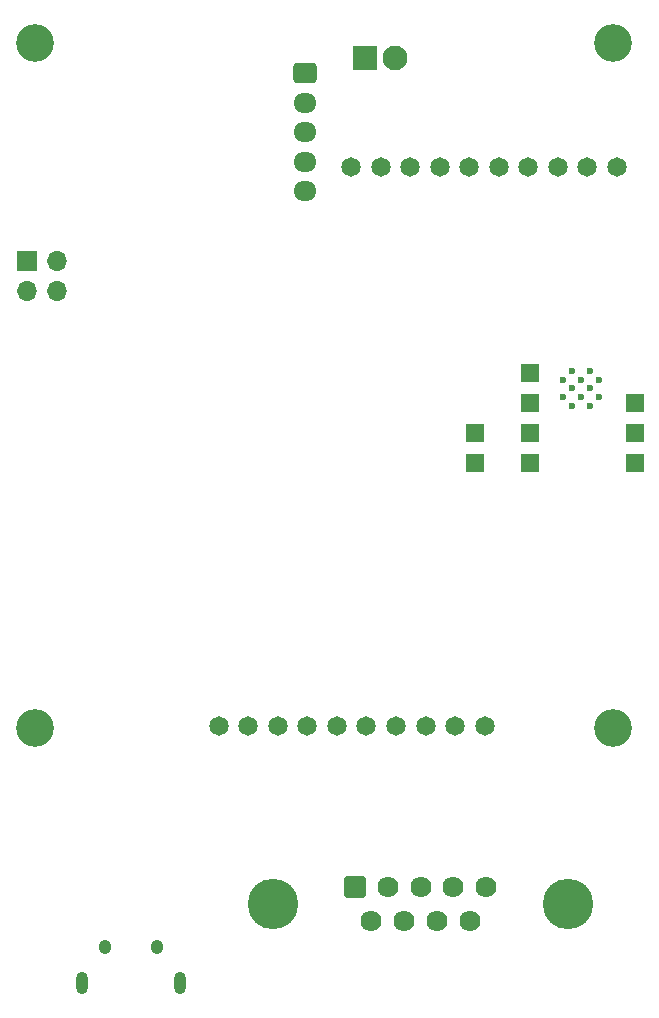
<source format=gbs>
%TF.GenerationSoftware,KiCad,Pcbnew,8.0.5*%
%TF.CreationDate,2024-11-16T16:01:41-06:00*%
%TF.ProjectId,ControllerPCB,436f6e74-726f-46c6-9c65-725043422e6b,rev?*%
%TF.SameCoordinates,Original*%
%TF.FileFunction,Soldermask,Bot*%
%TF.FilePolarity,Negative*%
%FSLAX46Y46*%
G04 Gerber Fmt 4.6, Leading zero omitted, Abs format (unit mm)*
G04 Created by KiCad (PCBNEW 8.0.5) date 2024-11-16 16:01:41*
%MOMM*%
%LPD*%
G01*
G04 APERTURE LIST*
G04 Aperture macros list*
%AMRoundRect*
0 Rectangle with rounded corners*
0 $1 Rounding radius*
0 $2 $3 $4 $5 $6 $7 $8 $9 X,Y pos of 4 corners*
0 Add a 4 corners polygon primitive as box body*
4,1,4,$2,$3,$4,$5,$6,$7,$8,$9,$2,$3,0*
0 Add four circle primitives for the rounded corners*
1,1,$1+$1,$2,$3*
1,1,$1+$1,$4,$5*
1,1,$1+$1,$6,$7*
1,1,$1+$1,$8,$9*
0 Add four rect primitives between the rounded corners*
20,1,$1+$1,$2,$3,$4,$5,0*
20,1,$1+$1,$4,$5,$6,$7,0*
20,1,$1+$1,$6,$7,$8,$9,0*
20,1,$1+$1,$8,$9,$2,$3,0*%
G04 Aperture macros list end*
%ADD10O,1.000000X1.900000*%
%ADD11O,1.050000X1.250000*%
%ADD12R,1.500000X1.500000*%
%ADD13R,1.700000X1.700000*%
%ADD14O,1.700000X1.700000*%
%ADD15C,1.651000*%
%ADD16C,3.200000*%
%ADD17C,0.600000*%
%ADD18C,4.270000*%
%ADD19C,1.779000*%
%ADD20RoundRect,0.102000X0.787500X0.787500X-0.787500X0.787500X-0.787500X-0.787500X0.787500X-0.787500X0*%
%ADD21RoundRect,0.250000X-0.725000X0.600000X-0.725000X-0.600000X0.725000X-0.600000X0.725000X0.600000X0*%
%ADD22O,1.950000X1.700000*%
%ADD23R,2.100000X2.100000*%
%ADD24C,2.100000*%
G04 APERTURE END LIST*
D10*
X36226643Y-129842442D03*
D11*
X38176643Y-126842442D03*
X42626643Y-126842442D03*
D10*
X44576643Y-129842442D03*
D12*
X69551239Y-85876037D03*
X69551239Y-83336037D03*
X83041239Y-80796037D03*
X74151239Y-80796037D03*
X74151239Y-83336037D03*
X74151239Y-85876037D03*
X83041239Y-85876037D03*
D13*
X31626239Y-68711037D03*
D14*
X31626239Y-71251037D03*
X34166239Y-68711037D03*
X34166239Y-71251037D03*
D15*
X81531239Y-60773237D03*
X79031239Y-60773237D03*
X76531239Y-60773237D03*
X74031239Y-60773237D03*
X71531239Y-60773237D03*
X69031239Y-60773237D03*
X66531239Y-60773237D03*
X64031239Y-60773237D03*
X61531239Y-60773237D03*
X59031239Y-60773237D03*
D12*
X83041239Y-83336037D03*
D15*
X70341239Y-108101037D03*
X67841239Y-108101037D03*
X65341239Y-108101037D03*
X62841239Y-108101037D03*
X60341239Y-108101037D03*
X57841239Y-108101037D03*
X55341239Y-108101037D03*
X52841239Y-108101037D03*
X50341239Y-108101037D03*
X47841239Y-108101037D03*
D16*
X32241239Y-50316037D03*
D17*
X79245239Y-78037637D03*
X77745239Y-78037637D03*
X79995239Y-78787637D03*
X78495239Y-78787637D03*
X76995239Y-78787637D03*
X79245239Y-79537637D03*
X77745239Y-79537637D03*
X79995239Y-80287637D03*
X78495239Y-80287637D03*
X76995239Y-80287637D03*
X79245239Y-81037637D03*
X77745239Y-81037637D03*
D18*
X52421239Y-123191037D03*
X77411239Y-123191037D03*
D19*
X69071239Y-124611037D03*
X66301239Y-124611037D03*
X63531239Y-124611037D03*
X60761239Y-124611037D03*
X70456239Y-121771037D03*
X67686239Y-121771037D03*
X64916239Y-121771037D03*
X62146239Y-121771037D03*
D20*
X59376239Y-121771037D03*
D16*
X81241239Y-108316037D03*
D21*
X55101239Y-52856037D03*
D22*
X55101239Y-55356037D03*
X55101239Y-57856037D03*
X55101239Y-60356037D03*
X55101239Y-62856037D03*
D12*
X74151239Y-78256037D03*
D23*
X60181239Y-51586037D03*
D24*
X62721239Y-51586037D03*
D16*
X81241239Y-50316037D03*
X32241239Y-108316037D03*
M02*

</source>
